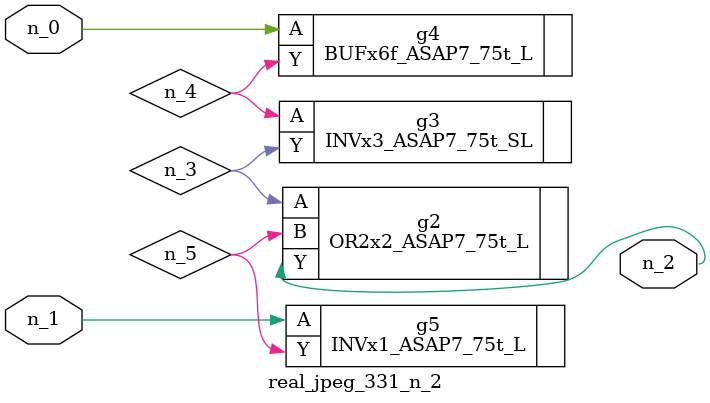
<source format=v>
module real_jpeg_331_n_2 (n_1, n_0, n_2);

input n_1;
input n_0;

output n_2;

wire n_5;
wire n_4;
wire n_3;

BUFx6f_ASAP7_75t_L g4 ( 
.A(n_0),
.Y(n_4)
);

INVx1_ASAP7_75t_L g5 ( 
.A(n_1),
.Y(n_5)
);

OR2x2_ASAP7_75t_L g2 ( 
.A(n_3),
.B(n_5),
.Y(n_2)
);

INVx3_ASAP7_75t_SL g3 ( 
.A(n_4),
.Y(n_3)
);


endmodule
</source>
